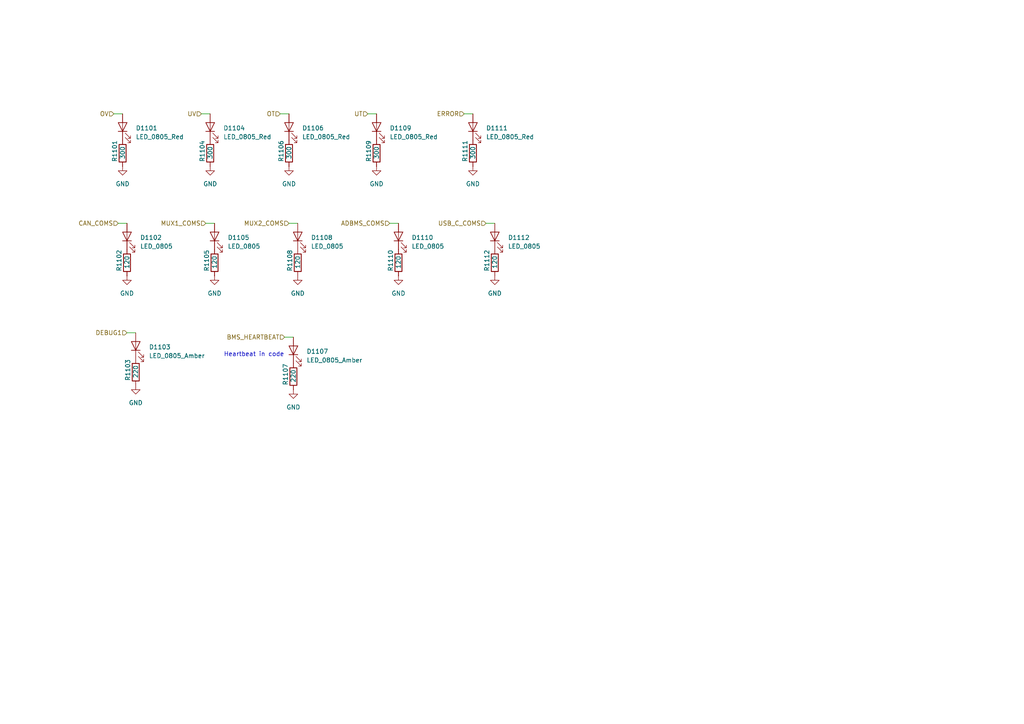
<source format=kicad_sch>
(kicad_sch (version 20250114) (generator "eeschema") (generator_version "9.0")
  (paper "A4")
  (lib_symbols
    (symbol "OEM:120R_DNP" (pin_numbers (hide yes)) (pin_names (offset 0))
      (property "Reference" "R" (at 2.032 0 90))
      (property "Value" "120R_DNP" (at 0 0 90))
      (symbol "120R_DNP_0_1"
        (rectangle (start -1.016 -2.54) (end 1.016 2.54) (stroke (width 0.254)))
      )
      (symbol "120R_DNP_1_1"
        (pin passive line (at 0 3.81 270) (length 1.27) (name "~") (number "1"))
        (pin passive line (at 0 -3.81 90) (length 1.27) (name "~") (number "2"))
      )
    )
    (symbol "formula:LED_0805" (pin_numbers (hide yes)) (pin_names (offset 1.016) (hide yes))
      (property "Reference" "D" (at 0 -2.54 0))
      (property "Value" "LED_0805" (at 0 2.54 0))
      (symbol "LED_0805_0_1"
        (polyline (pts (xy -3.048 -0.762) (xy -4.572 -2.286) (xy -3.81 -2.286) (xy -4.572 -2.286) (xy -4.572 -1.524)))
        (polyline (pts (xy -1.778 -0.762) (xy -3.302 -2.286) (xy -2.54 -2.286) (xy -3.302 -2.286) (xy -3.302 -1.524)))
        (polyline (pts (xy -1.27 0) (xy 1.27 0)))
        (polyline (pts (xy -1.27 -1.27) (xy -1.27 1.27)) (stroke (width 0.2032)))
        (polyline (pts (xy 1.27 -1.27) (xy 1.27 1.27) (xy -1.27 0) (xy 1.27 -1.27)) (stroke (width 0.2032)))
      )
      (symbol "LED_0805_1_1"
        (pin passive line (at -3.81 0 0) (length 2.54) (name "K") (number "1"))
        (pin passive line (at 3.81 0 180) (length 2.54) (name "A") (number "2"))
      )
    )
    (symbol "formula:LED_0805_Amber" (pin_numbers (hide yes)) (pin_names (offset 1.016) (hide yes))
      (property "Reference" "D" (at 0 -2.54 0))
      (property "Value" "LED_0805_Amber" (at 0 2.54 0))
      (symbol "LED_0805_Amber_0_1"
        (polyline (pts (xy -3.048 -0.762) (xy -4.572 -2.286) (xy -3.81 -2.286) (xy -4.572 -2.286) (xy -4.572 -1.524)))
        (polyline (pts (xy -1.778 -0.762) (xy -3.302 -2.286) (xy -2.54 -2.286) (xy -3.302 -2.286) (xy -3.302 -1.524)))
        (polyline (pts (xy -1.27 0) (xy 1.27 0)))
        (polyline (pts (xy -1.27 -1.27) (xy -1.27 1.27)) (stroke (width 0.2032)))
        (polyline (pts (xy 1.27 -1.27) (xy 1.27 1.27) (xy -1.27 0) (xy 1.27 -1.27)) (stroke (width 0.2032)))
      )
      (symbol "LED_0805_Amber_1_1"
        (pin passive line (at -3.81 0 0) (length 2.54) (name "K") (number "1"))
        (pin passive line (at 3.81 0 180) (length 2.54) (name "A") (number "2"))
      )
    )
    (symbol "formula:LED_0805_Red" (pin_numbers (hide yes)) (pin_names (offset 1.016) (hide yes))
      (property "Reference" "D" (at 0 -2.54 0))
      (property "Value" "LED_0805_Red" (at 0 2.54 0))
      (symbol "LED_0805_Red_0_1"
        (polyline (pts (xy -3.048 -0.762) (xy -4.572 -2.286) (xy -3.81 -2.286) (xy -4.572 -2.286) (xy -4.572 -1.524)))
        (polyline (pts (xy -1.778 -0.762) (xy -3.302 -2.286) (xy -2.54 -2.286) (xy -3.302 -2.286) (xy -3.302 -1.524)))
        (polyline (pts (xy -1.27 0) (xy 1.27 0)))
        (polyline (pts (xy -1.27 -1.27) (xy -1.27 1.27)) (stroke (width 0.2032)))
        (polyline (pts (xy 1.27 -1.27) (xy 1.27 1.27) (xy -1.27 0) (xy 1.27 -1.27)) (stroke (width 0.2032)))
      )
      (symbol "LED_0805_Red_1_1"
        (pin passive line (at -3.81 0 0) (length 2.54) (name "K") (number "1"))
        (pin passive line (at 3.81 0 180) (length 2.54) (name "A") (number "2"))
      )
    )
    (symbol "power:GND" (power) (pin_numbers (hide yes)) (pin_names (offset 0) (hide yes))
      (property "Value" "GND" (at 0 -3.81 0))
      (symbol "GND_0_1"
        (polyline (pts (xy 0 0) (xy 0 -1.27) (xy 1.27 -1.27) (xy 0 -2.54) (xy -1.27 -1.27) (xy 0 -1.27)))
      )
      (symbol "GND_1_1"
        (pin power_in line (at 0 0 270) (length 0) (name "~") (number "1"))
      )
    )
  )
  (text "Heartbeat in code" (at 73.66 102.87 0) (effects (font (size 1.27 1.27))))
  (wire (pts (xy 140.97 64.77) (xy 143.51 64.77)))
  (wire (pts (xy 36.83 96.52) (xy 39.37 96.52)))
  (wire (pts (xy 34.29 64.77) (xy 36.83 64.77)))
  (wire (pts (xy 59.69 64.77) (xy 62.23 64.77)))
  (wire (pts (xy 113.03 64.77) (xy 115.57 64.77)))
  (wire (pts (xy 106.68 33.02) (xy 109.22 33.02)))
  (wire (pts (xy 83.82 64.77) (xy 86.36 64.77)))
  (wire (pts (xy 81.28 33.02) (xy 83.82 33.02)))
  (wire (pts (xy 82.55 97.79) (xy 85.09 97.79)))
  (wire (pts (xy 134.62 33.02) (xy 137.16 33.02)))
  (wire (pts (xy 58.42 33.02) (xy 60.96 33.02)))
  (wire (pts (xy 33.02 33.02) (xy 35.56 33.02)))
  (hierarchical_label "BMS_HEARTBEAT" (shape input) (at 82.55 97.79 180))
  (hierarchical_label "OT" (shape input) (at 81.28 33.02 180))
  (hierarchical_label "DEBUG1" (shape input) (at 36.83 96.52 180))
  (hierarchical_label "USB_C_COMS" (shape input) (at 140.97 64.77 180))
  (hierarchical_label "ADBMS_COMS" (shape input) (at 113.03 64.77 180))
  (hierarchical_label "MUX1_COMS" (shape input) (at 59.69 64.77 180))
  (hierarchical_label "CAN_COMS" (shape input) (at 34.29 64.77 180))
  (hierarchical_label "OV" (shape input) (at 33.02 33.02 180))
  (hierarchical_label "UV" (shape input) (at 58.42 33.02 180))
  (hierarchical_label "MUX2_COMS" (shape input) (at 83.82 64.77 180))
  (hierarchical_label "ERROR" (shape input) (at 134.62 33.02 180))
  (hierarchical_label "UT" (shape input) (at 106.68 33.02 180))
  (symbol (lib_id "power:GND") (at 143.51 80.01 0) (unit 1)
    (property "Reference" "#PWR01112" (effects (hide yes)))
    (property "Value" "GND" (at 143.51 85.09 0))
    (property "Description" "Power symbol creates a global label with name \"GND\" , ground" (effects (hide yes)))
  )
  (symbol (lib_id "OEM:120R_DNP") (at 86.36 76.2 0) (unit 1)
    (property "Reference" "R1108" (at 84.074 78.74 90) (effects (justify left)))
    (property "Value" "120" (at 86.36 77.978 90) (effects (justify left)))
    (property "Footprint" "OEM:R_0603_1608Metric" (effects (hide yes)))
    (property "Datasheet" "https://www.mouser.com/datasheet/2/315/AOA0000C304-1149620.pdf" (effects (hide yes)))
    (property "MFN" "DK" (effects (hide yes)))
    (property "MPN" "667-ERJ-6ENF1200V" (effects (hide yes)))
    (property "DKPN" "13-RC0603FR-13120RLDKR-ND" (effects (hide yes)))
    (property "Package" "0603" (effects (hide yes)))
    (property "NewDesigns" "YES" (effects (hide yes)))
    (property "Stocked" "Digi-Reel" (effects (hide yes)))
    (property "Style" "SMD" (effects (hide yes)))
  )
  (symbol (lib_id "OEM:120R_DNP") (at 39.37 107.95 0) (unit 1)
    (property "Reference" "R1103" (at 37.084 110.49 90) (effects (justify left)))
    (property "Value" "220" (at 39.37 109.728 90) (effects (justify left)))
    (property "Footprint" "OEM:R_0603_1608Metric" (effects (hide yes)))
    (property "Datasheet" "https://www.mouser.com/datasheet/2/315/AOA0000C304-1149620.pdf" (effects (hide yes)))
    (property "MFN" "DK" (effects (hide yes)))
    (property "MPN" "667-ERJ-6ENF1200V" (effects (hide yes)))
    (property "DKPN" "13-RC0603FR-13120RLDKR-ND" (effects (hide yes)))
    (property "Package" "0603" (effects (hide yes)))
    (property "NewDesigns" "YES" (effects (hide yes)))
    (property "Stocked" "Digi-Reel" (effects (hide yes)))
    (property "Style" "SMD" (effects (hide yes)))
  )
  (symbol (lib_id "formula:LED_0805") (at 86.36 68.58 90) (unit 1)
    (property "Reference" "D1108" (at 90.17 68.9101 90) (effects (justify right)))
    (property "Value" "LED_0805" (at 90.17 71.4501 90) (effects (justify right)))
    (property "Footprint" "footprints:LED_0805_OEM" (effects (hide yes)))
    (property "Datasheet" "http://www.osram-os.com/Graphics/XPic9/00078860_0.pdf" (effects (hide yes)))
    (property "Description" "LED, Green, 2.2V, 20mA, 0805" (effects (hide yes)))
    (property "MFN" "DK" (effects (hide yes)))
    (property "MPN" "475-1410-1-ND" (effects (hide yes)))
    (property "PurchasingLink" "https://www.digikey.com/products/en?keywords=475-1410-1-ND" (effects (hide yes)))
  )
  (symbol (lib_id "power:GND") (at 62.23 80.01 0) (unit 1)
    (property "Reference" "#PWR01105" (effects (hide yes)))
    (property "Value" "GND" (at 62.23 85.09 0))
    (property "Description" "Power symbol creates a global label with name \"GND\" , ground" (effects (hide yes)))
  )
  (symbol (lib_id "OEM:120R_DNP") (at 83.82 44.45 0) (unit 1)
    (property "Reference" "R1106" (at 81.534 46.99 90) (effects (justify left)))
    (property "Value" "300" (at 83.82 46.228 90) (effects (justify left)))
    (property "Footprint" "OEM:R_0603_1608Metric" (effects (hide yes)))
    (property "Datasheet" "https://www.mouser.com/datasheet/2/315/AOA0000C304-1149620.pdf" (effects (hide yes)))
    (property "MFN" "DK" (effects (hide yes)))
    (property "MPN" "667-ERJ-6ENF1200V" (effects (hide yes)))
    (property "DKPN" "13-RC0603FR-13120RLDKR-ND" (effects (hide yes)))
    (property "Package" "0603" (effects (hide yes)))
    (property "NewDesigns" "YES" (effects (hide yes)))
    (property "Stocked" "Digi-Reel" (effects (hide yes)))
    (property "Style" "SMD" (effects (hide yes)))
  )
  (symbol (lib_id "power:GND") (at 60.96 48.26 0) (unit 1)
    (property "Reference" "#PWR01104" (effects (hide yes)))
    (property "Value" "GND" (at 60.96 53.34 0))
    (property "Description" "Power symbol creates a global label with name \"GND\" , ground" (effects (hide yes)))
  )
  (symbol (lib_id "power:GND") (at 83.82 48.26 0) (unit 1)
    (property "Reference" "#PWR01106" (effects (hide yes)))
    (property "Value" "GND" (at 83.82 53.34 0))
    (property "Description" "Power symbol creates a global label with name \"GND\" , ground" (effects (hide yes)))
  )
  (symbol (lib_id "formula:LED_0805_Red") (at 60.96 36.83 90) (unit 1)
    (property "Reference" "D1104" (at 64.77 37.1601 90) (effects (justify right)))
    (property "Value" "LED_0805_Red" (at 64.77 39.7001 90) (effects (justify right)))
    (property "Footprint" "footprints:LED_0805_OEM" (effects (hide yes)))
    (property "Datasheet" "http://www.osram-os.com/Graphics/XPic8/00078869_0.pdf" (effects (hide yes)))
    (property "Description" "LED, Red, 1.8V, 20mA, 0805" (effects (hide yes)))
    (property "MFN" "DK" (effects (hide yes)))
    (property "MPN" "475-1415-1-ND" (effects (hide yes)))
    (property "PurchasingLink" "https://www.digikey.com/product-detail/en/osram-opto-semiconductors-inc/LH-R974-LP-1/475-1415-1-ND/1802604" (effects (hide yes)))
  )
  (symbol (lib_id "formula:LED_0805") (at 62.23 68.58 90) (unit 1)
    (property "Reference" "D1105" (at 66.04 68.9101 90) (effects (justify right)))
    (property "Value" "LED_0805" (at 66.04 71.4501 90) (effects (justify right)))
    (property "Footprint" "footprints:LED_0805_OEM" (effects (hide yes)))
    (property "Datasheet" "http://www.osram-os.com/Graphics/XPic9/00078860_0.pdf" (effects (hide yes)))
    (property "Description" "LED, Green, 2.2V, 20mA, 0805" (effects (hide yes)))
    (property "MFN" "DK" (effects (hide yes)))
    (property "MPN" "475-1410-1-ND" (effects (hide yes)))
    (property "PurchasingLink" "https://www.digikey.com/products/en?keywords=475-1410-1-ND" (effects (hide yes)))
  )
  (symbol (lib_id "formula:LED_0805_Red") (at 83.82 36.83 90) (unit 1)
    (property "Reference" "D1106" (at 87.63 37.1601 90) (effects (justify right)))
    (property "Value" "LED_0805_Red" (at 87.63 39.7001 90) (effects (justify right)))
    (property "Footprint" "footprints:LED_0805_OEM" (effects (hide yes)))
    (property "Datasheet" "http://www.osram-os.com/Graphics/XPic8/00078869_0.pdf" (effects (hide yes)))
    (property "Description" "LED, Red, 1.8V, 20mA, 0805" (effects (hide yes)))
    (property "MFN" "DK" (effects (hide yes)))
    (property "MPN" "475-1415-1-ND" (effects (hide yes)))
    (property "PurchasingLink" "https://www.digikey.com/product-detail/en/osram-opto-semiconductors-inc/LH-R974-LP-1/475-1415-1-ND/1802604" (effects (hide yes)))
  )
  (symbol (lib_id "formula:LED_0805") (at 143.51 68.58 90) (unit 1)
    (property "Reference" "D1112" (at 147.32 68.9101 90) (effects (justify right)))
    (property "Value" "LED_0805" (at 147.32 71.4501 90) (effects (justify right)))
    (property "Footprint" "footprints:LED_0805_OEM" (effects (hide yes)))
    (property "Datasheet" "http://www.osram-os.com/Graphics/XPic9/00078860_0.pdf" (effects (hide yes)))
    (property "Description" "LED, Green, 2.2V, 20mA, 0805" (effects (hide yes)))
    (property "MFN" "DK" (effects (hide yes)))
    (property "MPN" "475-1410-1-ND" (effects (hide yes)))
    (property "PurchasingLink" "https://www.digikey.com/products/en?keywords=475-1410-1-ND" (effects (hide yes)))
  )
  (symbol (lib_id "power:GND") (at 35.56 48.26 0) (unit 1)
    (property "Reference" "#PWR01101" (effects (hide yes)))
    (property "Value" "GND" (at 35.56 53.34 0))
    (property "Description" "Power symbol creates a global label with name \"GND\" , ground" (effects (hide yes)))
  )
  (symbol (lib_id "power:GND") (at 36.83 80.01 0) (unit 1)
    (property "Reference" "#PWR01102" (effects (hide yes)))
    (property "Value" "GND" (at 36.83 85.09 0))
    (property "Description" "Power symbol creates a global label with name \"GND\" , ground" (effects (hide yes)))
  )
  (symbol (lib_id "OEM:120R_DNP") (at 62.23 76.2 0) (unit 1)
    (property "Reference" "R1105" (at 59.944 78.74 90) (effects (justify left)))
    (property "Value" "120" (at 62.23 77.978 90) (effects (justify left)))
    (property "Footprint" "OEM:R_0603_1608Metric" (effects (hide yes)))
    (property "Datasheet" "https://www.mouser.com/datasheet/2/315/AOA0000C304-1149620.pdf" (effects (hide yes)))
    (property "MFN" "DK" (effects (hide yes)))
    (property "MPN" "667-ERJ-6ENF1200V" (effects (hide yes)))
    (property "DKPN" "13-RC0603FR-13120RLDKR-ND" (effects (hide yes)))
    (property "Package" "0603" (effects (hide yes)))
    (property "NewDesigns" "YES" (effects (hide yes)))
    (property "Stocked" "Digi-Reel" (effects (hide yes)))
    (property "Style" "SMD" (effects (hide yes)))
  )
  (symbol (lib_id "OEM:120R_DNP") (at 35.56 44.45 0) (unit 1)
    (property "Reference" "R1101" (at 33.274 46.99 90) (effects (justify left)))
    (property "Value" "300" (at 35.56 46.228 90) (effects (justify left)))
    (property "Footprint" "OEM:R_0603_1608Metric" (effects (hide yes)))
    (property "Datasheet" "https://www.mouser.com/datasheet/2/315/AOA0000C304-1149620.pdf" (effects (hide yes)))
    (property "MFN" "DK" (effects (hide yes)))
    (property "MPN" "667-ERJ-6ENF1200V" (effects (hide yes)))
    (property "DKPN" "13-RC0603FR-13120RLDKR-ND" (effects (hide yes)))
    (property "Package" "0603" (effects (hide yes)))
    (property "NewDesigns" "YES" (effects (hide yes)))
    (property "Stocked" "Digi-Reel" (effects (hide yes)))
    (property "Style" "SMD" (effects (hide yes)))
  )
  (symbol (lib_id "formula:LED_0805_Red") (at 137.16 36.83 90) (unit 1)
    (property "Reference" "D1111" (at 140.97 37.1601 90) (effects (justify right)))
    (property "Value" "LED_0805_Red" (at 140.97 39.7001 90) (effects (justify right)))
    (property "Footprint" "footprints:LED_0805_OEM" (effects (hide yes)))
    (property "Datasheet" "http://www.osram-os.com/Graphics/XPic8/00078869_0.pdf" (effects (hide yes)))
    (property "Description" "LED, Red, 1.8V, 20mA, 0805" (effects (hide yes)))
    (property "MFN" "DK" (effects (hide yes)))
    (property "MPN" "475-1415-1-ND" (effects (hide yes)))
    (property "PurchasingLink" "https://www.digikey.com/product-detail/en/osram-opto-semiconductors-inc/LH-R974-LP-1/475-1415-1-ND/1802604" (effects (hide yes)))
  )
  (symbol (lib_id "power:GND") (at 39.37 111.76 0) (unit 1)
    (property "Reference" "#PWR01103" (effects (hide yes)))
    (property "Value" "GND" (at 39.37 116.84 0))
    (property "Description" "Power symbol creates a global label with name \"GND\" , ground" (effects (hide yes)))
  )
  (symbol (lib_id "formula:LED_0805_Red") (at 35.56 36.83 90) (unit 1)
    (property "Reference" "D1101" (at 39.37 37.1601 90) (effects (justify right)))
    (property "Value" "LED_0805_Red" (at 39.37 39.7001 90) (effects (justify right)))
    (property "Footprint" "footprints:LED_0805_OEM" (effects (hide yes)))
    (property "Datasheet" "http://www.osram-os.com/Graphics/XPic8/00078869_0.pdf" (effects (hide yes)))
    (property "Description" "LED, Red, 1.8V, 20mA, 0805" (effects (hide yes)))
    (property "MFN" "DK" (effects (hide yes)))
    (property "MPN" "475-1415-1-ND" (effects (hide yes)))
    (property "PurchasingLink" "https://www.digikey.com/product-detail/en/osram-opto-semiconductors-inc/LH-R974-LP-1/475-1415-1-ND/1802604" (effects (hide yes)))
  )
  (symbol (lib_id "OEM:120R_DNP") (at 36.83 76.2 0) (unit 1)
    (property "Reference" "R1102" (at 34.544 78.74 90) (effects (justify left)))
    (property "Value" "120" (at 36.83 77.978 90) (effects (justify left)))
    (property "Footprint" "OEM:R_0603_1608Metric" (effects (hide yes)))
    (property "Datasheet" "https://www.mouser.com/datasheet/2/315/AOA0000C304-1149620.pdf" (effects (hide yes)))
    (property "MFN" "DK" (effects (hide yes)))
    (property "MPN" "667-ERJ-6ENF1200V" (effects (hide yes)))
    (property "DKPN" "13-RC0603FR-13120RLDKR-ND" (effects (hide yes)))
    (property "Package" "0603" (effects (hide yes)))
    (property "NewDesigns" "YES" (effects (hide yes)))
    (property "Stocked" "Digi-Reel" (effects (hide yes)))
    (property "Style" "SMD" (effects (hide yes)))
  )
  (symbol (lib_id "OEM:120R_DNP") (at 60.96 44.45 0) (unit 1)
    (property "Reference" "R1104" (at 58.674 46.99 90) (effects (justify left)))
    (property "Value" "300" (at 60.96 46.228 90) (effects (justify left)))
    (property "Footprint" "OEM:R_0603_1608Metric" (effects (hide yes)))
    (property "Datasheet" "https://www.mouser.com/datasheet/2/315/AOA0000C304-1149620.pdf" (effects (hide yes)))
    (property "MFN" "DK" (effects (hide yes)))
    (property "MPN" "667-ERJ-6ENF1200V" (effects (hide yes)))
    (property "DKPN" "13-RC0603FR-13120RLDKR-ND" (effects (hide yes)))
    (property "Package" "0603" (effects (hide yes)))
    (property "NewDesigns" "YES" (effects (hide yes)))
    (property "Stocked" "Digi-Reel" (effects (hide yes)))
    (property "Style" "SMD" (effects (hide yes)))
  )
  (symbol (lib_id "OEM:120R_DNP") (at 137.16 44.45 0) (unit 1)
    (property "Reference" "R1111" (at 134.874 46.99 90) (effects (justify left)))
    (property "Value" "300" (at 137.16 46.228 90) (effects (justify left)))
    (property "Footprint" "OEM:R_0603_1608Metric" (effects (hide yes)))
    (property "Datasheet" "https://www.mouser.com/datasheet/2/315/AOA0000C304-1149620.pdf" (effects (hide yes)))
    (property "MFN" "DK" (effects (hide yes)))
    (property "MPN" "667-ERJ-6ENF1200V" (effects (hide yes)))
    (property "DKPN" "13-RC0603FR-13120RLDKR-ND" (effects (hide yes)))
    (property "Package" "0603" (effects (hide yes)))
    (property "NewDesigns" "YES" (effects (hide yes)))
    (property "Stocked" "Digi-Reel" (effects (hide yes)))
    (property "Style" "SMD" (effects (hide yes)))
  )
  (symbol (lib_id "power:GND") (at 109.22 48.26 0) (unit 1)
    (property "Reference" "#PWR01109" (effects (hide yes)))
    (property "Value" "GND" (at 109.22 53.34 0))
    (property "Description" "Power symbol creates a global label with name \"GND\" , ground" (effects (hide yes)))
  )
  (symbol (lib_id "formula:LED_0805") (at 36.83 68.58 90) (unit 1)
    (property "Reference" "D1102" (at 40.64 68.9101 90) (effects (justify right)))
    (property "Value" "LED_0805" (at 40.64 71.4501 90) (effects (justify right)))
    (property "Footprint" "footprints:LED_0805_OEM" (effects (hide yes)))
    (property "Datasheet" "http://www.osram-os.com/Graphics/XPic9/00078860_0.pdf" (effects (hide yes)))
    (property "Description" "LED, Green, 2.2V, 20mA, 0805" (effects (hide yes)))
    (property "MFN" "DK" (effects (hide yes)))
    (property "MPN" "475-1410-1-ND" (effects (hide yes)))
    (property "PurchasingLink" "https://www.digikey.com/products/en?keywords=475-1410-1-ND" (effects (hide yes)))
  )
  (symbol (lib_id "OEM:120R_DNP") (at 85.09 109.22 0) (unit 1)
    (property "Reference" "R1107" (at 82.804 111.76 90) (effects (justify left)))
    (property "Value" "220" (at 85.09 110.998 90) (effects (justify left)))
    (property "Footprint" "OEM:R_0603_1608Metric" (effects (hide yes)))
    (property "Datasheet" "https://www.mouser.com/datasheet/2/315/AOA0000C304-1149620.pdf" (effects (hide yes)))
    (property "MFN" "DK" (effects (hide yes)))
    (property "MPN" "667-ERJ-6ENF1200V" (effects (hide yes)))
    (property "DKPN" "13-RC0603FR-13120RLDKR-ND" (effects (hide yes)))
    (property "Package" "0603" (effects (hide yes)))
    (property "NewDesigns" "YES" (effects (hide yes)))
    (property "Stocked" "Digi-Reel" (effects (hide yes)))
    (property "Style" "SMD" (effects (hide yes)))
  )
  (symbol (lib_id "OEM:120R_DNP") (at 109.22 44.45 0) (unit 1)
    (property "Reference" "R1109" (at 106.934 46.99 90) (effects (justify left)))
    (property "Value" "300" (at 109.22 46.228 90) (effects (justify left)))
    (property "Footprint" "OEM:R_0603_1608Metric" (effects (hide yes)))
    (property "Datasheet" "https://www.mouser.com/datasheet/2/315/AOA0000C304-1149620.pdf" (effects (hide yes)))
    (property "MFN" "DK" (effects (hide yes)))
    (property "MPN" "667-ERJ-6ENF1200V" (effects (hide yes)))
    (property "DKPN" "13-RC0603FR-13120RLDKR-ND" (effects (hide yes)))
    (property "Package" "0603" (effects (hide yes)))
    (property "NewDesigns" "YES" (effects (hide yes)))
    (property "Stocked" "Digi-Reel" (effects (hide yes)))
    (property "Style" "SMD" (effects (hide yes)))
  )
  (symbol (lib_id "formula:LED_0805_Amber") (at 85.09 101.6 90) (unit 1)
    (property "Reference" "D1107" (at 88.9 101.9301 90) (effects (justify right)))
    (property "Value" "LED_0805_Amber" (at 88.9 104.4701 90) (effects (justify right)))
    (property "Footprint" "footprints:LED_0805_OEM" (effects (hide yes)))
    (property "Datasheet" "https://media.digikey.com/pdf/Data%20Sheets/Chicago%20Miniature%20Lamps%20PDFs/CMDA5_Series_Rev_Aug_2014.pdf" (effects (hide yes)))
    (property "Description" "LED, Amber, 1.9V, 20mA, 0805" (effects (hide yes)))
    (property "MFN" "DK" (effects (hide yes)))
    (property "MPN" "L71517CT-ND" (effects (hide yes)))
    (property "PurchasingLink" "https://www.digikey.com/product-detail/en/visual-communications-company-vcc/CMDA5DY7D1S/L71517CT-ND/614867" (effects (hide yes)))
  )
  (symbol (lib_id "formula:LED_0805_Red") (at 109.22 36.83 90) (unit 1)
    (property "Reference" "D1109" (at 113.03 37.1601 90) (effects (justify right)))
    (property "Value" "LED_0805_Red" (at 113.03 39.7001 90) (effects (justify right)))
    (property "Footprint" "footprints:LED_0805_OEM" (effects (hide yes)))
    (property "Datasheet" "http://www.osram-os.com/Graphics/XPic8/00078869_0.pdf" (effects (hide yes)))
    (property "Description" "LED, Red, 1.8V, 20mA, 0805" (effects (hide yes)))
    (property "MFN" "DK" (effects (hide yes)))
    (property "MPN" "475-1415-1-ND" (effects (hide yes)))
    (property "PurchasingLink" "https://www.digikey.com/product-detail/en/osram-opto-semiconductors-inc/LH-R974-LP-1/475-1415-1-ND/1802604" (effects (hide yes)))
  )
  (symbol (lib_id "power:GND") (at 115.57 80.01 0) (unit 1)
    (property "Reference" "#PWR01110" (effects (hide yes)))
    (property "Value" "GND" (at 115.57 85.09 0))
    (property "Description" "Power symbol creates a global label with name \"GND\" , ground" (effects (hide yes)))
  )
  (symbol (lib_id "power:GND") (at 137.16 48.26 0) (unit 1)
    (property "Reference" "#PWR01111" (effects (hide yes)))
    (property "Value" "GND" (at 137.16 53.34 0))
    (property "Description" "Power symbol creates a global label with name \"GND\" , ground" (effects (hide yes)))
  )
  (symbol (lib_id "formula:LED_0805_Amber") (at 39.37 100.33 90) (unit 1)
    (property "Reference" "D1103" (at 43.18 100.6601 90) (effects (justify right)))
    (property "Value" "LED_0805_Amber" (at 43.18 103.2001 90) (effects (justify right)))
    (property "Footprint" "footprints:LED_0805_OEM" (effects (hide yes)))
    (property "Datasheet" "https://media.digikey.com/pdf/Data%20Sheets/Chicago%20Miniature%20Lamps%20PDFs/CMDA5_Series_Rev_Aug_2014.pdf" (effects (hide yes)))
    (property "Description" "LED, Amber, 1.9V, 20mA, 0805" (effects (hide yes)))
    (property "MFN" "DK" (effects (hide yes)))
    (property "MPN" "L71517CT-ND" (effects (hide yes)))
    (property "PurchasingLink" "https://www.digikey.com/product-detail/en/visual-communications-company-vcc/CMDA5DY7D1S/L71517CT-ND/614867" (effects (hide yes)))
  )
  (symbol (lib_id "OEM:120R_DNP") (at 143.51 76.2 0) (unit 1)
    (property "Reference" "R1112" (at 141.224 78.74 90) (effects (justify left)))
    (property "Value" "120" (at 143.51 77.978 90) (effects (justify left)))
    (property "Footprint" "OEM:R_0603_1608Metric" (effects (hide yes)))
    (property "Datasheet" "https://www.mouser.com/datasheet/2/315/AOA0000C304-1149620.pdf" (effects (hide yes)))
    (property "MFN" "DK" (effects (hide yes)))
    (property "MPN" "667-ERJ-6ENF1200V" (effects (hide yes)))
    (property "DKPN" "13-RC0603FR-13120RLDKR-ND" (effects (hide yes)))
    (property "Package" "0603" (effects (hide yes)))
    (property "NewDesigns" "YES" (effects (hide yes)))
    (property "Stocked" "Digi-Reel" (effects (hide yes)))
    (property "Style" "SMD" (effects (hide yes)))
  )
  (symbol (lib_id "OEM:120R_DNP") (at 115.57 76.2 0) (unit 1)
    (property "Reference" "R1110" (at 113.284 78.74 90) (effects (justify left)))
    (property "Value" "120" (at 115.57 77.978 90) (effects (justify left)))
    (property "Footprint" "OEM:R_0603_1608Metric" (effects (hide yes)))
    (property "Datasheet" "https://www.mouser.com/datasheet/2/315/AOA0000C304-1149620.pdf" (effects (hide yes)))
    (property "MFN" "DK" (effects (hide yes)))
    (property "MPN" "667-ERJ-6ENF1200V" (effects (hide yes)))
    (property "DKPN" "13-RC0603FR-13120RLDKR-ND" (effects (hide yes)))
    (property "Package" "0603" (effects (hide yes)))
    (property "NewDesigns" "YES" (effects (hide yes)))
    (property "Stocked" "Digi-Reel" (effects (hide yes)))
    (property "Style" "SMD" (effects (hide yes)))
  )
  (symbol (lib_id "power:GND") (at 86.36 80.01 0) (unit 1)
    (property "Reference" "#PWR01108" (effects (hide yes)))
    (property "Value" "GND" (at 86.36 85.09 0))
    (property "Description" "Power symbol creates a global label with name \"GND\" , ground" (effects (hide yes)))
  )
  (symbol (lib_id "power:GND") (at 85.09 113.03 0) (unit 1)
    (property "Reference" "#PWR01107" (effects (hide yes)))
    (property "Value" "GND" (at 85.09 118.11 0))
    (property "Description" "Power symbol creates a global label with name \"GND\" , ground" (effects (hide yes)))
  )
  (symbol (lib_id "formula:LED_0805") (at 115.57 68.58 90) (unit 1)
    (property "Reference" "D1110" (at 119.38 68.9101 90) (effects (justify right)))
    (property "Value" "LED_0805" (at 119.38 71.4501 90) (effects (justify right)))
    (property "Footprint" "footprints:LED_0805_OEM" (effects (hide yes)))
    (property "Datasheet" "http://www.osram-os.com/Graphics/XPic9/00078860_0.pdf" (effects (hide yes)))
    (property "Description" "LED, Green, 2.2V, 20mA, 0805" (effects (hide yes)))
    (property "MFN" "DK" (effects (hide yes)))
    (property "MPN" "475-1410-1-ND" (effects (hide yes)))
    (property "PurchasingLink" "https://www.digikey.com/products/en?keywords=475-1410-1-ND" (effects (hide yes)))
  )
)
</source>
